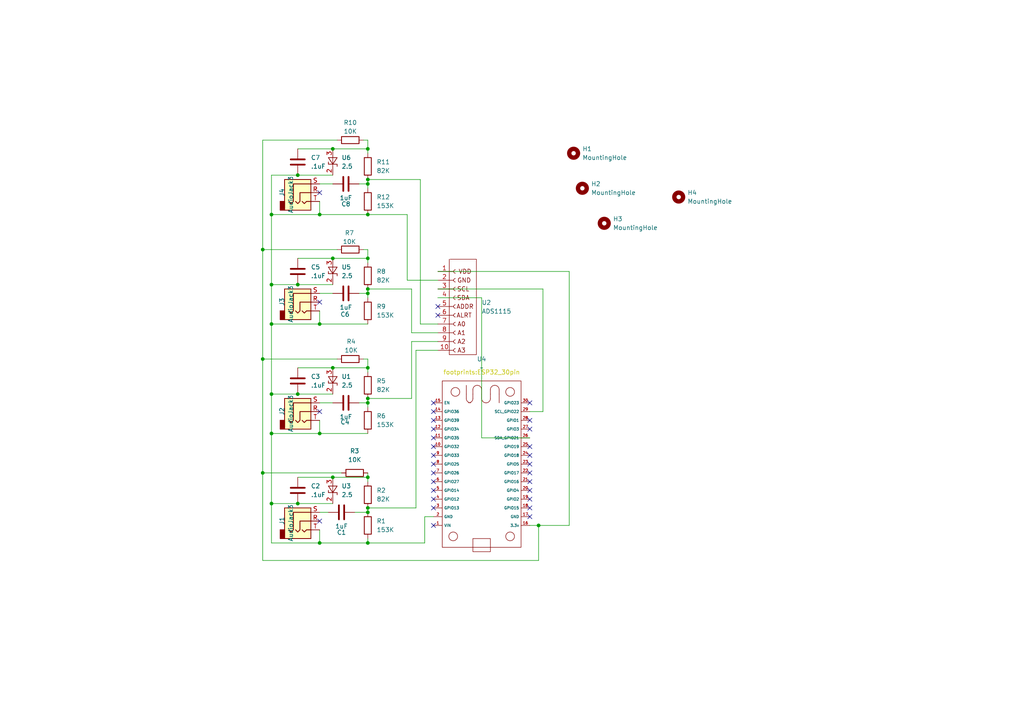
<source format=kicad_sch>
(kicad_sch (version 20231120) (generator "eeschema") (generator_version "8.0")
  (paper "A4")
  (title_block (title "CT4") (date "2025-12-20"))
  (lib_symbols
    (symbol "Connector_Audio:AudioJack3"
      (property "Reference" "J" (at 0 8.89 0))
      (property "Value" "AudioJack3" (at 0 6.35 0))
      (symbol "AudioJack3_0_1"
        (rectangle (start -5.08 -5.08) (end -6.35 -2.54) (stroke (width 0.254)) (fill (type outline)))
        (polyline (pts (xy 0 -2.54) (xy 0.635 -3.175) (xy 1.27 -2.54) (xy 2.54 -2.54)) (stroke (width 0.254)))
        (polyline (pts (xy -1.905 -2.54) (xy -1.27 -3.175) (xy -0.635 -2.54) (xy -0.635 0) (xy 2.54 0)) (stroke (width 0.254)))
        (polyline (pts (xy 2.54 2.54) (xy -2.54 2.54) (xy -2.54 -2.54) (xy -3.175 -3.175) (xy -3.81 -2.54)) (stroke (width 0.254)))
        (rectangle (start 2.54 3.81) (end -5.08 -5.08) (stroke (width 0.254)) (fill (type background)))
      )
      (symbol "AudioJack3_1_1"
        (pin passive line (at 5.08 0 180) (length 2.54) (name "~") (number "R"))
        (pin passive line (at 5.08 2.54 180) (length 2.54) (name "~") (number "S"))
        (pin passive line (at 5.08 -2.54 180) (length 2.54) (name "~") (number "T"))
      )
    )
    (symbol "Device:C" (pin_numbers hide) (pin_names (offset 0.254))
      (property "Reference" "C" (at 0.635 2.54 0))
      (property "Value" "C" (at 0.635 -2.54 0))
      (symbol "C_0_1"
        (polyline (pts (xy -2.032 -0.762) (xy 2.032 -0.762)) (stroke (width 0.508)))
        (polyline (pts (xy -2.032 0.762) (xy 2.032 0.762)) (stroke (width 0.508)))
      )
      (symbol "C_1_1"
        (pin passive line (at 0 3.81 270) (length 2.794) (name "~") (number "1"))
        (pin passive line (at 0 -3.81 90) (length 2.794) (name "~") (number "2"))
      )
    )
    (symbol "Device:R" (pin_numbers hide) (pin_names (offset 0))
      (property "Reference" "R" (at 2.032 0 90))
      (property "Value" "R" (at 0 0 90))
      (symbol "R_0_1"
        (rectangle (start -1.016 -2.54) (end 1.016 2.54) (stroke (width 0.254)))
      )
      (symbol "R_1_1"
        (pin passive line (at 0 3.81 270) (length 1.27) (name "~") (number "1"))
        (pin passive line (at 0 -3.81 90) (length 1.27) (name "~") (number "2"))
      )
    )
    (symbol "Mechanical:MountingHole" (pin_names (offset 1.016)) (exclude_from_sim yes) (in_bom no)
      (property "Reference" "H" (at 0 5.08 0))
      (property "Value" "MountingHole" (at 0 3.175 0))
      (symbol "MountingHole_0_1"
        (circle (center 0 0) (radius 1.27) (stroke (width 1.27)))
      )
    )
    (symbol "Reference_Voltage:LM4040LP-2.5" (pin_names (offset 0.0254) hide)
      (property "Reference" "U" (at 0 2.54 0))
      (property "Value" "LM4040LP-2.5" (at 0 -3.175 0))
      (symbol "LM4040LP-2.5_0_1"
        (polyline (pts (xy -1.27 0) (xy 0 0) (xy 1.27 0)))
        (polyline (pts (xy -1.27 -1.27) (xy 0.635 0) (xy -1.27 1.27) (xy -1.27 -1.27)) (stroke (width 0.2032)))
        (polyline (pts (xy 0 -1.27) (xy 0.635 -1.27) (xy 0.635 1.27) (xy 1.27 1.27)) (stroke (width 0.2032)))
      )
      (symbol "LM4040LP-2.5_1_1"
        (pin passive line (at 3.81 0 180) (length 2.54) (name "K") (number "2"))
        (pin passive line (at -3.81 0 0) (length 2.54) (name "A") (number "3"))
      )
    )
    (symbol "aoit:ADS1115" (pin_names (offset 1.016) hide)
      (property "Reference" "J" (at 0 12.7 0))
      (property "Value" "ADS1115" (at 0 -15.24 0))
      (symbol "ADS1115_1_1"
        (arc (start 0 -12.192) (mid -0.5058 -12.7) (end 0 -13.208) (stroke (width 0.1524)))
        (arc (start 0 -9.652) (mid -0.5058 -10.16) (end 0 -10.668) (stroke (width 0.1524)))
        (arc (start 0 -7.112) (mid -0.5058 -7.62) (end 0 -8.128) (stroke (width 0.1524)))
        (arc (start 0 -4.572) (mid -0.5058 -5.08) (end 0 -5.588) (stroke (width 0.1524)))
        (arc (start 0 -2.032) (mid -0.5058 -2.54) (end 0 -3.048) (stroke (width 0.1524)))
        (polyline (pts (xy -1.27 -12.7) (xy -0.508 -12.7)) (stroke (width 0.1524)))
        (polyline (pts (xy -1.27 -10.16) (xy -0.508 -10.16)) (stroke (width 0.1524)))
        (polyline (pts (xy -1.27 -7.62) (xy -0.508 -7.62)) (stroke (width 0.1524)))
        (polyline (pts (xy -1.27 -5.08) (xy -0.508 -5.08)) (stroke (width 0.1524)))
        (polyline (pts (xy -1.27 -2.54) (xy -0.508 -2.54)) (stroke (width 0.1524)))
        (polyline (pts (xy -1.27 0) (xy -0.508 0)) (stroke (width 0.1524)))
        (polyline (pts (xy -1.27 2.54) (xy -0.508 2.54)) (stroke (width 0.1524)))
        (polyline (pts (xy -1.27 5.08) (xy -0.508 5.08)) (stroke (width 0.1524)))
        (polyline (pts (xy -1.27 7.62) (xy -0.508 7.62)) (stroke (width 0.1524)))
        (polyline (pts (xy -1.27 10.16) (xy -0.508 10.16)) (stroke (width 0.1524)))
        (polyline (pts (xy -1.778 13.716) (xy -1.778 -13.97) (xy 6.096 -13.97) (xy 6.096 13.716) (xy -1.524 13.716)))
        (arc (start 0 0.508) (mid -0.5058 0) (end 0 -0.508) (stroke (width 0.1524)))
        (arc (start 0 3.048) (mid -0.5058 2.54) (end 0 2.032) (stroke (width 0.1524)))
        (arc (start 0 5.588) (mid -0.5058 5.08) (end 0 4.572) (stroke (width 0.1524)))
        (arc (start 0 8.128) (mid -0.5058 7.62) (end 0 7.112) (stroke (width 0.1524)))
        (arc (start 0 10.668) (mid -0.5058 10.16) (end 0 9.652) (stroke (width 0.1524)))
        (text "A0" (at 1.778 -5.08 0) (effects (font (size 1.27 1.27))))
        (text "A1" (at 1.778 -7.62 0) (effects (font (size 1.27 1.27))))
        (text "A2" (at 1.778 -10.16 0) (effects (font (size 1.27 1.27))))
        (text "A3" (at 1.778 -12.7 0) (effects (font (size 1.27 1.27))))
        (text "ADDR" (at 2.794 0 0) (effects (font (size 1.27 1.27))))
        (text "ALRT" (at 2.54 -2.54 0) (effects (font (size 1.27 1.27))))
        (text "GND" (at 2.54 7.62 0) (effects (font (size 1.27 1.27))))
        (text "SCL" (at 2.286 5.08 0) (effects (font (size 1.27 1.27))))
        (text "SDA" (at 2.286 2.54 0) (effects (font (size 1.27 1.27))))
        (text "VDD" (at 2.794 10.16 0) (effects (font (size 1.27 1.27))))
        (pin passive line (at -5.08 10.16 0) (length 3.81) (name "Pin_1") (number "1"))
        (pin passive line (at -5.08 -12.7 0) (length 3.81) (name "Pin_10") (number "10"))
        (pin passive line (at -5.08 7.62 0) (length 3.81) (name "Pin_2") (number "2"))
        (pin passive line (at -5.08 5.08 0) (length 3.81) (name "Pin_3") (number "3"))
        (pin passive line (at -5.08 2.54 0) (length 3.81) (name "Pin_4") (number "4"))
        (pin passive line (at -5.08 0 0) (length 3.81) (name "Pin_5") (number "5"))
        (pin passive line (at -5.08 -2.54 0) (length 3.81) (name "Pin_6") (number "6"))
        (pin passive line (at -5.08 -5.08 0) (length 3.81) (name "Pin_7") (number "7"))
        (pin passive line (at -5.08 -7.62 0) (length 3.81) (name "Pin_8") (number "8"))
        (pin passive line (at -5.08 -10.16 0) (length 3.81) (name "Pin_9") (number "9"))
      )
    )
    (symbol "aoit:ESP32_30Pin"
      (property "Reference" "U" (at 0 0 0))
      (property "Footprint" "ESP32_30pin" (at 0 -2.54 0))
      (symbol "ESP32_30Pin_0_1"
        (rectangle (start -24.13 11.43) (end 24.13 -11.43))
        (arc (start -22.8675 -1.2775) (mid -22.4933 -2.1733) (end -21.5975 -2.5475))
        (arc (start -22.8675 3.8025) (mid -22.4933 2.9067) (end -21.5975 2.5325))
        (arc (start -21.59 0) (mid -22.4873 -0.3727) (end -22.86 -1.27))
        (arc (start -21.59 5.08) (mid -22.4873 4.7073) (end -22.86 3.81))
        (circle (center -20.955 -7.62) (radius 1.27))
        (circle (center -20.955 8.255) (radius 1.27))
        (arc (start -19.0475 -4.4475) (mid -18.1502 -4.0748) (end -17.7775 -3.1775))
        (arc (start -19.0475 -0.0025) (mid -18.1502 0.3702) (end -17.7775 1.2675))
        (arc (start -17.77 -3.805) (mid -18.1442 -2.9092) (end -19.04 -2.535))
        (arc (start -17.77 1.275) (mid -18.1442 2.1708) (end -19.04 2.545))
        (polyline (pts (xy -21.59 -2.54) (xy -20.32 -2.54)))
        (polyline (pts (xy -21.59 0) (xy -20.32 0)))
        (polyline (pts (xy -21.59 2.54) (xy -20.32 2.54)))
        (polyline (pts (xy -21.59 5.08) (xy -20.32 5.08)))
        (polyline (pts (xy -20.32 -4.445) (xy -22.86 -4.445)))
        (polyline (pts (xy -20.32 5.08) (xy -17.78 5.08)))
        (polyline (pts (xy -19.0475 -4.4475) (xy -20.3175 -4.4475)))
        (polyline (pts (xy -19.0475 -2.5425) (xy -20.3175 -2.5425)))
        (polyline (pts (xy -19.0475 -0.0025) (xy -20.3175 -0.0025)))
        (polyline (pts (xy -19.0475 2.5375) (xy -20.3175 2.5375)))
        (circle (center 20.955 -8.255) (radius 1.27))
        (circle (center 20.955 8.255) (radius 1.27))
        (rectangle (start 21.59 2.54) (end 25.4 -2.54))
      )
      (symbol "ESP32_30Pin_1_1"
        (pin power_out line (at 17.78 -13.97 90) (length 2.54) (name "VIN") (number "1"))
        (pin bidirectional line (at -5.08 -13.97 90) (length 2.54) (name "GPIO32") (number "10"))
        (pin bidirectional line (at -7.62 -13.97 90) (length 2.54) (name "GPIO35") (number "11"))
        (pin bidirectional line (at -10.16 -13.97 90) (length 2.54) (name "GPIO34") (number "12"))
        (pin bidirectional line (at -12.7 -13.97 90) (length 2.54) (name "GPIO39") (number "13"))
        (pin bidirectional line (at -15.24 -13.97 90) (length 2.54) (name "GPIO36") (number "14"))
        (pin bidirectional line (at -17.78 -13.97 90) (length 2.54) (name "EN") (number "15"))
        (pin output line (at 17.78 13.97 270) (length 2.54) (name "3.3v") (number "16"))
        (pin power_in line (at 15.24 13.97 270) (length 2.54) (name "GND") (number "17"))
        (pin bidirectional line (at 12.7 13.97 270) (length 2.54) (name "GPIO15") (number "18"))
        (pin bidirectional line (at 10.16 13.97 270) (length 2.54) (name "GPIO2") (number "19"))
        (pin bidirectional line (at 15.24 -13.97 90) (length 2.54) (name "GND") (number "2"))
        (pin bidirectional line (at 7.62 13.97 270) (length 2.54) (name "GPIO4") (number "20"))
        (pin bidirectional line (at 5.08 13.97 270) (length 2.54) (name "GPIO16") (number "21"))
        (pin bidirectional line (at 2.54 13.97 270) (length 2.54) (name "GPIO17") (number "22"))
        (pin bidirectional line (at 0 13.97 270) (length 2.54) (name "GPIO5") (number "23"))
        (pin bidirectional line (at -2.54 13.97 270) (length 2.54) (name "GPIO18") (number "24"))
        (pin bidirectional line (at -5.08 13.97 270) (length 2.54) (name "GPIO19") (number "25"))
        (pin bidirectional line (at -7.62 13.97 270) (length 2.54) (name "SDA_GPIO21") (number "26"))
        (pin bidirectional line (at -10.16 13.97 270) (length 2.54) (name "GPIO3") (number "27"))
        (pin bidirectional line (at -12.7 13.97 270) (length 2.54) (name "GPIO1") (number "28"))
        (pin bidirectional line (at -15.24 13.97 270) (length 2.54) (name "SCL_GPIO22") (number "29"))
        (pin bidirectional line (at 12.7 -13.97 90) (length 2.54) (name "GPIO13") (number "3"))
        (pin bidirectional line (at -17.78 13.97 270) (length 2.54) (name "GPIO23") (number "30"))
        (pin bidirectional line (at 10.16 -13.97 90) (length 2.54) (name "GPIO12") (number "4"))
        (pin bidirectional line (at 7.62 -13.97 90) (length 2.54) (name "GPIO14") (number "5"))
        (pin bidirectional line (at 5.08 -13.97 90) (length 2.54) (name "GPIO27") (number "6"))
        (pin bidirectional line (at 2.54 -13.97 90) (length 2.54) (name "GPIO26") (number "7"))
        (pin bidirectional line (at 0 -13.97 90) (length 2.54) (name "GPIO25") (number "8"))
        (pin bidirectional line (at -2.54 -13.97 90) (length 2.54) (name "GPIO33") (number "9"))
      )
    )
  )
  (junction (at 78.74 82.55))
  (junction (at 96.52 43.18))
  (junction (at 92.71 93.98))
  (junction (at 106.68 83.82))
  (junction (at 86.36 146.05))
  (junction (at 92.71 157.48))
  (junction (at 78.74 125.73))
  (junction (at 96.52 74.93))
  (junction (at 106.68 148.59))
  (junction (at 106.68 43.18))
  (junction (at 106.68 106.68))
  (junction (at 86.36 82.55))
  (junction (at 106.68 116.84))
  (junction (at 106.68 147.32))
  (junction (at 106.68 53.34))
  (junction (at 106.68 115.57))
  (junction (at 92.71 62.23))
  (junction (at 86.36 50.8))
  (junction (at 96.52 138.43))
  (junction (at 106.68 52.07))
  (junction (at 106.68 85.09))
  (junction (at 106.68 157.48))
  (junction (at 92.71 125.73))
  (junction (at 106.68 74.93))
  (junction (at 106.68 62.23))
  (junction (at 76.2 104.14))
  (junction (at 78.74 93.98))
  (junction (at 76.2 72.39))
  (junction (at 78.74 146.05))
  (junction (at 156.21 152.4))
  (junction (at 96.52 106.68))
  (junction (at 78.74 62.23))
  (junction (at 76.2 137.16))
  (junction (at 106.68 138.43))
  (junction (at 78.74 114.3))
  (junction (at 86.36 114.3))
  (no_connect (at 127 91.44))
  (no_connect (at 92.71 119.38))
  (no_connect (at 125.73 116.84))
  (no_connect (at 153.67 144.78))
  (no_connect (at 153.67 149.86))
  (no_connect (at 153.67 132.08))
  (no_connect (at 125.73 127))
  (no_connect (at 125.73 121.92))
  (no_connect (at 125.73 152.4))
  (no_connect (at 125.73 129.54))
  (no_connect (at 153.67 124.46))
  (no_connect (at 125.73 134.62))
  (no_connect (at 127 88.9))
  (no_connect (at 153.67 139.7))
  (no_connect (at 153.67 121.92))
  (no_connect (at 125.73 139.7))
  (no_connect (at 125.73 137.16))
  (no_connect (at 153.67 134.62))
  (no_connect (at 125.73 144.78))
  (no_connect (at 125.73 147.32))
  (no_connect (at 125.73 142.24))
  (no_connect (at 125.73 124.46))
  (no_connect (at 92.71 151.13))
  (no_connect (at 92.71 55.88))
  (no_connect (at 153.67 137.16))
  (no_connect (at 92.71 87.63))
  (no_connect (at 125.73 119.38))
  (no_connect (at 125.73 132.08))
  (no_connect (at 153.67 116.84))
  (no_connect (at 153.67 129.54))
  (no_connect (at 153.67 142.24))
  (no_connect (at 153.67 147.32))
  (wire (pts (xy 92.71 90.17) (xy 92.71 93.98)))
  (wire (pts (xy 78.74 146.05) (xy 78.74 157.48)))
  (wire (pts (xy 106.68 83.82) (xy 119.38 83.82)))
  (wire (pts (xy 86.36 82.55) (xy 96.52 82.55)))
  (wire (pts (xy 106.68 138.43) (xy 106.68 139.7)))
  (wire (pts (xy 106.68 157.48) (xy 123.19 157.48)))
  (wire (pts (xy 86.36 114.3) (xy 78.74 114.3)))
  (wire (pts (xy 106.68 44.45) (xy 106.68 43.18)))
  (wire (pts (xy 118.11 62.23) (xy 106.68 62.23)))
  (wire (pts (xy 106.68 85.09) (xy 106.68 83.82)))
  (wire (pts (xy 121.92 52.07) (xy 121.92 93.98)))
  (wire (pts (xy 92.71 53.34) (xy 96.52 53.34)))
  (wire (pts (xy 78.74 82.55) (xy 86.36 82.55)))
  (wire (pts (xy 120.65 101.6) (xy 120.65 147.32)))
  (wire (pts (xy 106.68 106.68) (xy 106.68 104.14)))
  (wire (pts (xy 96.52 74.93) (xy 106.68 74.93)))
  (wire (pts (xy 92.71 58.42) (xy 92.71 62.23)))
  (wire (pts (xy 86.36 106.68) (xy 96.52 106.68)))
  (wire (pts (xy 119.38 83.82) (xy 119.38 96.52)))
  (wire (pts (xy 157.48 83.82) (xy 157.48 119.38)))
  (wire (pts (xy 78.74 62.23) (xy 78.74 82.55)))
  (wire (pts (xy 76.2 72.39) (xy 76.2 40.64)))
  (wire (pts (xy 92.71 148.59) (xy 95.25 148.59)))
  (wire (pts (xy 76.2 72.39) (xy 97.79 72.39)))
  (wire (pts (xy 106.68 74.93) (xy 106.68 72.39)))
  (wire (pts (xy 92.71 153.67) (xy 92.71 157.48)))
  (wire (pts (xy 104.14 53.34) (xy 106.68 53.34)))
  (wire (pts (xy 92.71 85.09) (xy 96.52 85.09)))
  (wire (pts (xy 118.11 81.28) (xy 118.11 62.23)))
  (wire (pts (xy 127 81.28) (xy 118.11 81.28)))
  (wire (pts (xy 106.68 137.16) (xy 106.68 138.43)))
  (wire (pts (xy 76.2 40.64) (xy 97.79 40.64)))
  (wire (pts (xy 78.74 93.98) (xy 78.74 114.3)))
  (wire (pts (xy 78.74 114.3) (xy 78.74 125.73)))
  (wire (pts (xy 106.68 72.39) (xy 105.41 72.39)))
  (wire (pts (xy 76.2 104.14) (xy 97.79 104.14)))
  (wire (pts (xy 86.36 146.05) (xy 96.52 146.05)))
  (wire (pts (xy 78.74 62.23) (xy 92.71 62.23)))
  (wire (pts (xy 78.74 93.98) (xy 92.71 93.98)))
  (wire (pts (xy 102.87 148.59) (xy 106.68 148.59)))
  (wire (pts (xy 119.38 99.06) (xy 127 99.06)))
  (wire (pts (xy 121.92 93.98) (xy 127 93.98)))
  (wire (pts (xy 92.71 62.23) (xy 106.68 62.23)))
  (wire (pts (xy 120.65 147.32) (xy 106.68 147.32)))
  (wire (pts (xy 96.52 43.18) (xy 106.68 43.18)))
  (wire (pts (xy 106.68 107.95) (xy 106.68 106.68)))
  (wire (pts (xy 127 86.36) (xy 139.7 86.36)))
  (wire (pts (xy 86.36 50.8) (xy 96.52 50.8)))
  (wire (pts (xy 76.2 104.14) (xy 76.2 137.16)))
  (wire (pts (xy 156.21 152.4) (xy 153.67 152.4)))
  (wire (pts (xy 106.68 115.57) (xy 119.38 115.57)))
  (wire (pts (xy 76.2 162.56) (xy 156.21 162.56)))
  (wire (pts (xy 106.68 116.84) (xy 106.68 115.57)))
  (wire (pts (xy 78.74 82.55) (xy 78.74 93.98)))
  (wire (pts (xy 92.71 157.48) (xy 106.68 157.48)))
  (wire (pts (xy 76.2 137.16) (xy 76.2 162.56)))
  (wire (pts (xy 106.68 52.07) (xy 106.68 53.34)))
  (wire (pts (xy 104.14 85.09) (xy 106.68 85.09)))
  (wire (pts (xy 86.36 114.3) (xy 96.52 114.3)))
  (wire (pts (xy 127 78.74) (xy 165.1 78.74)))
  (wire (pts (xy 106.68 76.2) (xy 106.68 74.93)))
  (wire (pts (xy 106.68 52.07) (xy 121.92 52.07)))
  (wire (pts (xy 92.71 116.84) (xy 96.52 116.84)))
  (wire (pts (xy 123.19 149.86) (xy 125.73 149.86)))
  (wire (pts (xy 127 101.6) (xy 120.65 101.6)))
  (wire (pts (xy 106.68 43.18) (xy 106.68 40.64)))
  (wire (pts (xy 106.68 53.34) (xy 106.68 54.61)))
  (wire (pts (xy 106.68 148.59) (xy 106.68 147.32)))
  (wire (pts (xy 157.48 119.38) (xy 153.67 119.38)))
  (wire (pts (xy 86.36 138.43) (xy 96.52 138.43)))
  (wire (pts (xy 86.36 43.18) (xy 96.52 43.18)))
  (wire (pts (xy 99.06 137.16) (xy 76.2 137.16)))
  (wire (pts (xy 96.52 138.43) (xy 106.68 138.43)))
  (wire (pts (xy 139.7 86.36) (xy 139.7 127)))
  (wire (pts (xy 104.14 116.84) (xy 106.68 116.84)))
  (wire (pts (xy 165.1 152.4) (xy 156.21 152.4)))
  (wire (pts (xy 78.74 125.73) (xy 78.74 146.05)))
  (wire (pts (xy 78.74 157.48) (xy 92.71 157.48)))
  (wire (pts (xy 92.71 125.73) (xy 106.68 125.73)))
  (wire (pts (xy 127 83.82) (xy 157.48 83.82)))
  (wire (pts (xy 96.52 106.68) (xy 106.68 106.68)))
  (wire (pts (xy 106.68 40.64) (xy 105.41 40.64)))
  (wire (pts (xy 86.36 74.93) (xy 96.52 74.93)))
  (wire (pts (xy 92.71 121.92) (xy 92.71 125.73)))
  (wire (pts (xy 139.7 127) (xy 153.67 127)))
  (wire (pts (xy 119.38 96.52) (xy 127 96.52)))
  (wire (pts (xy 123.19 157.48) (xy 123.19 149.86)))
  (wire (pts (xy 106.68 118.11) (xy 106.68 116.84)))
  (wire (pts (xy 106.68 86.36) (xy 106.68 85.09)))
  (wire (pts (xy 105.41 104.14) (xy 106.68 104.14)))
  (wire (pts (xy 156.21 162.56) (xy 156.21 152.4)))
  (wire (pts (xy 106.68 156.21) (xy 106.68 157.48)))
  (wire (pts (xy 86.36 146.05) (xy 78.74 146.05)))
  (wire (pts (xy 86.36 50.8) (xy 78.74 50.8)))
  (wire (pts (xy 76.2 72.39) (xy 76.2 104.14)))
  (wire (pts (xy 92.71 93.98) (xy 106.68 93.98)))
  (wire (pts (xy 78.74 50.8) (xy 78.74 62.23)))
  (wire (pts (xy 78.74 125.73) (xy 92.71 125.73)))
  (wire (pts (xy 119.38 115.57) (xy 119.38 99.06)))
  (wire (pts (xy 165.1 78.74) (xy 165.1 152.4)))
  (symbol (lib_id "Device:R") (at 106.68 80.01 0) (unit 1)
    (property "Reference" "R8" (at 109.22 78.7399 0) (effects (justify left)))
    (property "Value" "82K" (at 109.22 81.2799 0) (effects (justify left)))
    (property "Footprint" "Resistor_THT:R_Axial_DIN0204_L3.6mm_D1.6mm_P7.62mm_Horizontal" (effects (hide yes)))
    (property "Description" "Resistor" (effects (hide yes)))
  )
  (symbol (lib_id "Device:R") (at 101.6 40.64 90) (unit 1)
    (property "Reference" "R10" (at 101.6 35.56 90))
    (property "Value" "10K" (at 101.6 38.1 90))
    (property "Footprint" "Resistor_THT:R_Axial_DIN0204_L3.6mm_D1.6mm_P7.62mm_Horizontal" (effects (hide yes)))
    (property "Description" "Resistor" (effects (hide yes)))
  )
  (symbol (lib_id "Connector_Audio:AudioJack3") (at 87.63 87.63 0) (unit 1)
    (property "Reference" "J3" (at 81.788 86.36 90) (effects (justify right)))
    (property "Value" "AudioJack3" (at 84.328 82.804 90) (effects (justify right)))
    (property "Footprint" "footprints:audiojack_female_3pin_3.5mm" (effects (hide yes)))
    (property "Description" "Audio Jack, 3 Poles (Stereo / TRS)" (effects (hide yes)))
  )
  (symbol (lib_id "aoit:ADS1115") (at 132.08 88.9 0) (unit 1)
    (property "Reference" "U2" (at 139.7 87.7569 0) (effects (justify left)))
    (property "Value" "ADS1115" (at 139.7 90.2969 0) (effects (justify left)))
    (property "Footprint" "footprints:ADC1115_ADC_Module" (effects (hide yes)))
    (property "Description" "10 pin inline breakout board" (effects (hide yes)))
  )
  (symbol (lib_id "aoit:ESP32_30Pin") (at 139.7 134.62 270) (unit 1)
    (property "Reference" "U4" (at 139.7 104.14 90))
    (property "Value" "~" (at 139.7 106.68 90))
    (property "Footprint" "footprints:ESP32_30pin" (at 139.7 107.95 90))
    (property "Description" "ESP32 DEV KIT1" (effects (hide yes)))
  )
  (symbol (lib_id "Mechanical:MountingHole") (at 168.91 54.61 0) (unit 1) (exclude_from_sim yes) (in_bom no)
    (property "Reference" "H2" (at 171.45 53.3399 0) (effects (justify left)))
    (property "Value" "MountingHole" (at 171.45 55.8799 0) (effects (justify left)))
    (property "Footprint" "MountingHole:MountingHole_3.5mm" (effects (hide yes)))
    (property "Description" "Mounting Hole without connection" (effects (hide yes)))
  )
  (symbol (lib_id "Connector_Audio:AudioJack3") (at 87.63 151.13 0) (unit 1)
    (property "Reference" "J1" (at 81.788 149.86 90) (effects (justify right)))
    (property "Value" "AudioJack3" (at 84.328 146.304 90) (effects (justify right)))
    (property "Footprint" "footprints:audiojack_female_3pin_3.5mm" (effects (hide yes)))
    (property "Description" "Audio Jack, 3 Poles (Stereo / TRS)" (effects (hide yes)))
  )
  (symbol (lib_id "Mechanical:MountingHole") (at 196.85 57.15 0) (unit 1) (exclude_from_sim yes) (in_bom no)
    (property "Reference" "H4" (at 199.39 55.8799 0) (effects (justify left)))
    (property "Value" "MountingHole" (at 199.39 58.4199 0) (effects (justify left)))
    (property "Footprint" "MountingHole:MountingHole_3.5mm" (effects (hide yes)))
    (property "Description" "Mounting Hole without connection" (effects (hide yes)))
  )
  (symbol (lib_id "Device:C") (at 86.36 110.49 180) (unit 1)
    (property "Reference" "C3" (at 90.17 109.2199 0) (effects (justify right)))
    (property "Value" ".1uF" (at 90.17 111.7599 0) (effects (justify right)))
    (property "Footprint" "Capacitor_THT:C_Disc_D7.5mm_W5.0mm_P5.00mm" (effects (hide yes)))
    (property "Description" "Unpolarized capacitor" (effects (hide yes)))
  )
  (symbol (lib_id "Reference_Voltage:LM4040LP-2.5") (at 96.52 46.99 270) (unit 1)
    (property "Reference" "U6" (at 99.06 45.7199 90) (effects (justify left)))
    (property "Value" "2.5" (at 99.06 48.2599 90) (effects (justify left)))
    (property "Footprint" "Package_TO_SOT_THT:TO-92_Inline" (effects (hide yes)))
    (property "Datasheet" "http://www.ti.com/lit/ds/symlink/lm4040-n.pdf" (effects (hide yes)))
    (property "Description" "2.500V Precision Micropower Shunt Voltage Reference, TO-92" (effects (hide yes)))
  )
  (symbol (lib_id "Connector_Audio:AudioJack3") (at 87.63 55.88 0) (unit 1)
    (property "Reference" "J4" (at 81.788 54.61 90) (effects (justify right)))
    (property "Value" "AudioJack3" (at 84.328 51.054 90) (effects (justify right)))
    (property "Footprint" "footprints:audiojack_female_3pin_3.5mm" (effects (hide yes)))
    (property "Description" "Audio Jack, 3 Poles (Stereo / TRS)" (effects (hide yes)))
  )
  (symbol (lib_id "Device:R") (at 106.68 111.76 0) (unit 1)
    (property "Reference" "R5" (at 109.22 110.4899 0) (effects (justify left)))
    (property "Value" "82K" (at 109.22 113.0299 0) (effects (justify left)))
    (property "Footprint" "Resistor_THT:R_Axial_DIN0204_L3.6mm_D1.6mm_P7.62mm_Horizontal" (effects (hide yes)))
    (property "Description" "Resistor" (effects (hide yes)))
  )
  (symbol (lib_id "Device:C") (at 100.33 116.84 90) (unit 1)
    (property "Reference" "C4" (at 100.076 122.428 90))
    (property "Value" "1uF" (at 100.33 120.904 90))
    (property "Footprint" "Capacitor_THT:C_Disc_D7.5mm_W5.0mm_P5.00mm" (effects (hide yes)))
    (property "Description" "Unpolarized capacitor" (effects (hide yes)))
  )
  (symbol (lib_id "Device:R") (at 106.68 90.17 0) (unit 1)
    (property "Reference" "R9" (at 109.22 88.8999 0) (effects (justify left)))
    (property "Value" "153K" (at 109.22 91.4399 0) (effects (justify left)))
    (property "Footprint" "Resistor_THT:R_Axial_DIN0204_L3.6mm_D1.6mm_P7.62mm_Horizontal" (effects (hide yes)))
    (property "Description" "Resistor" (effects (hide yes)))
  )
  (symbol (lib_id "Device:R") (at 102.87 137.16 90) (unit 1)
    (property "Reference" "R3" (at 102.87 130.81 90))
    (property "Value" "10K" (at 102.87 133.35 90))
    (property "Footprint" "Resistor_THT:R_Axial_DIN0204_L3.6mm_D1.6mm_P7.62mm_Horizontal" (effects (hide yes)))
    (property "Description" "Resistor" (effects (hide yes)))
  )
  (symbol (lib_id "Device:C") (at 99.06 148.59 90) (unit 1)
    (property "Reference" "C1" (at 99.06 154.432 90))
    (property "Value" "1uF" (at 99.06 152.654 90))
    (property "Footprint" "Capacitor_THT:C_Disc_D7.5mm_W5.0mm_P5.00mm" (effects (hide yes)))
    (property "Description" "Unpolarized capacitor" (effects (hide yes)))
  )
  (symbol (lib_id "Connector_Audio:AudioJack3") (at 87.63 119.38 0) (unit 1)
    (property "Reference" "J2" (at 81.788 118.11 90) (effects (justify right)))
    (property "Value" "AudioJack3" (at 84.328 114.554 90) (effects (justify right)))
    (property "Footprint" "footprints:audiojack_female_3pin_3.5mm" (effects (hide yes)))
    (property "Description" "Audio Jack, 3 Poles (Stereo / TRS)" (effects (hide yes)))
  )
  (symbol (lib_id "Device:R") (at 106.68 143.51 0) (unit 1)
    (property "Reference" "R2" (at 109.22 142.2399 0) (effects (justify left)))
    (property "Value" "82K" (at 109.22 144.7799 0) (effects (justify left)))
    (property "Footprint" "Resistor_THT:R_Axial_DIN0204_L3.6mm_D1.6mm_P7.62mm_Horizontal" (effects (hide yes)))
    (property "Description" "Resistor" (effects (hide yes)))
  )
  (symbol (lib_id "Mechanical:MountingHole") (at 175.26 64.77 0) (unit 1) (exclude_from_sim yes) (in_bom no)
    (property "Reference" "H3" (at 177.8 63.4999 0) (effects (justify left)))
    (property "Value" "MountingHole" (at 177.8 66.0399 0) (effects (justify left)))
    (property "Footprint" "MountingHole:MountingHole_3.5mm" (effects (hide yes)))
    (property "Description" "Mounting Hole without connection" (effects (hide yes)))
  )
  (symbol (lib_id "Device:C") (at 86.36 142.24 180) (unit 1)
    (property "Reference" "C2" (at 90.17 140.9699 0) (effects (justify right)))
    (property "Value" ".1uF" (at 90.17 143.5099 0) (effects (justify right)))
    (property "Footprint" "Capacitor_THT:C_Disc_D7.5mm_W5.0mm_P5.00mm" (effects (hide yes)))
    (property "Description" "Unpolarized capacitor" (effects (hide yes)))
  )
  (symbol (lib_id "Device:C") (at 100.33 53.34 90) (unit 1)
    (property "Reference" "C8" (at 100.33 59.182 90))
    (property "Value" "1uF" (at 100.33 57.404 90))
    (property "Footprint" "Capacitor_THT:C_Disc_D7.5mm_W5.0mm_P5.00mm" (effects (hide yes)))
    (property "Description" "Unpolarized capacitor" (effects (hide yes)))
  )
  (symbol (lib_id "Device:C") (at 100.33 85.09 90) (unit 1)
    (property "Reference" "C6" (at 100.076 91.186 90))
    (property "Value" "1uF" (at 100.33 89.154 90))
    (property "Footprint" "Capacitor_THT:C_Disc_D7.5mm_W5.0mm_P5.00mm" (effects (hide yes)))
    (property "Description" "Unpolarized capacitor" (effects (hide yes)))
  )
  (symbol (lib_id "Device:C") (at 86.36 46.99 180) (unit 1)
    (property "Reference" "C7" (at 90.17 45.7199 0) (effects (justify right)))
    (property "Value" ".1uF" (at 90.17 48.2599 0) (effects (justify right)))
    (property "Footprint" "Capacitor_THT:C_Disc_D7.5mm_W5.0mm_P5.00mm" (effects (hide yes)))
    (property "Description" "Unpolarized capacitor" (effects (hide yes)))
  )
  (symbol (lib_id "Reference_Voltage:LM4040LP-2.5") (at 96.52 110.49 270) (unit 1)
    (property "Reference" "U1" (at 99.06 109.2199 90) (effects (justify left)))
    (property "Value" "2.5" (at 99.06 111.7599 90) (effects (justify left)))
    (property "Footprint" "Package_TO_SOT_THT:TO-92_Inline" (effects (hide yes)))
    (property "Datasheet" "http://www.ti.com/lit/ds/symlink/lm4040-n.pdf" (effects (hide yes)))
    (property "Description" "2.500V Precision Micropower Shunt Voltage Reference, TO-92" (effects (hide yes)))
  )
  (symbol (lib_id "Device:R") (at 106.68 152.4 0) (unit 1)
    (property "Reference" "R1" (at 109.22 151.1299 0) (effects (justify left)))
    (property "Value" "153K" (at 109.22 153.6699 0) (effects (justify left)))
    (property "Footprint" "Resistor_THT:R_Axial_DIN0204_L3.6mm_D1.6mm_P7.62mm_Horizontal" (effects (hide yes)))
    (property "Description" "Resistor" (effects (hide yes)))
  )
  (symbol (lib_id "Reference_Voltage:LM4040LP-2.5") (at 96.52 78.74 270) (unit 1)
    (property "Reference" "U5" (at 99.06 77.4699 90) (effects (justify left)))
    (property "Value" "2.5" (at 99.06 80.0099 90) (effects (justify left)))
    (property "Footprint" "Package_TO_SOT_THT:TO-92_Inline" (effects (hide yes)))
    (property "Datasheet" "http://www.ti.com/lit/ds/symlink/lm4040-n.pdf" (effects (hide yes)))
    (property "Description" "2.500V Precision Micropower Shunt Voltage Reference, TO-92" (effects (hide yes)))
  )
  (symbol (lib_id "Mechanical:MountingHole") (at 166.37 44.45 0) (unit 1) (exclude_from_sim yes) (in_bom no)
    (property "Reference" "H1" (at 168.91 43.1799 0) (effects (justify left)))
    (property "Value" "MountingHole" (at 168.91 45.7199 0) (effects (justify left)))
    (property "Footprint" "MountingHole:MountingHole_3.5mm" (effects (hide yes)))
    (property "Description" "Mounting Hole without connection" (effects (hide yes)))
  )
  (symbol (lib_id "Device:R") (at 106.68 48.26 0) (unit 1)
    (property "Reference" "R11" (at 109.22 46.9899 0) (effects (justify left)))
    (property "Value" "82K" (at 109.22 49.5299 0) (effects (justify left)))
    (property "Footprint" "Resistor_THT:R_Axial_DIN0204_L3.6mm_D1.6mm_P7.62mm_Horizontal" (effects (hide yes)))
    (property "Description" "Resistor" (effects (hide yes)))
  )
  (symbol (lib_id "Device:R") (at 101.6 72.39 90) (unit 1)
    (property "Reference" "R7" (at 101.346 67.564 90))
    (property "Value" "10K" (at 101.346 70.104 90))
    (property "Footprint" "Resistor_THT:R_Axial_DIN0204_L3.6mm_D1.6mm_P7.62mm_Horizontal" (effects (hide yes)))
    (property "Description" "Resistor" (effects (hide yes)))
  )
  (symbol (lib_id "Device:R") (at 101.6 104.14 90) (unit 1)
    (property "Reference" "R4" (at 101.854 99.06 90))
    (property "Value" "10K" (at 101.854 101.6 90))
    (property "Footprint" "Resistor_THT:R_Axial_DIN0204_L3.6mm_D1.6mm_P7.62mm_Horizontal" (effects (hide yes)))
    (property "Description" "Resistor" (effects (hide yes)))
  )
  (symbol (lib_id "Reference_Voltage:LM4040LP-2.5") (at 96.52 142.24 270) (unit 1)
    (property "Reference" "U3" (at 99.06 140.9699 90) (effects (justify left)))
    (property "Value" "2.5" (at 99.06 143.5099 90) (effects (justify left)))
    (property "Footprint" "Package_TO_SOT_THT:TO-92_Inline" (effects (hide yes)))
    (property "Datasheet" "http://www.ti.com/lit/ds/symlink/lm4040-n.pdf" (effects (hide yes)))
    (property "Description" "2.500V Precision Micropower Shunt Voltage Reference, TO-92" (effects (hide yes)))
  )
  (symbol (lib_id "Device:R") (at 106.68 121.92 0) (unit 1)
    (property "Reference" "R6" (at 109.22 120.6499 0) (effects (justify left)))
    (property "Value" "153K" (at 109.22 123.1899 0) (effects (justify left)))
    (property "Footprint" "Resistor_THT:R_Axial_DIN0204_L3.6mm_D1.6mm_P7.62mm_Horizontal" (effects (hide yes)))
    (property "Description" "Resistor" (effects (hide yes)))
  )
  (symbol (lib_id "Device:C") (at 86.36 78.74 180) (unit 1)
    (property "Reference" "C5" (at 90.17 77.4699 0) (effects (justify right)))
    (property "Value" ".1uF" (at 90.17 80.0099 0) (effects (justify right)))
    (property "Footprint" "Capacitor_THT:C_Disc_D7.5mm_W5.0mm_P5.00mm" (effects (hide yes)))
    (property "Description" "Unpolarized capacitor" (effects (hide yes)))
  )
  (symbol (lib_id "Device:R") (at 106.68 58.42 0) (unit 1)
    (property "Reference" "R12" (at 109.22 57.1499 0) (effects (justify left)))
    (property "Value" "153K" (at 109.22 59.6899 0) (effects (justify left)))
    (property "Footprint" "Resistor_THT:R_Axial_DIN0204_L3.6mm_D1.6mm_P7.62mm_Horizontal" (effects (hide yes)))
    (property "Description" "Resistor" (effects (hide yes)))
  )
)
</source>
